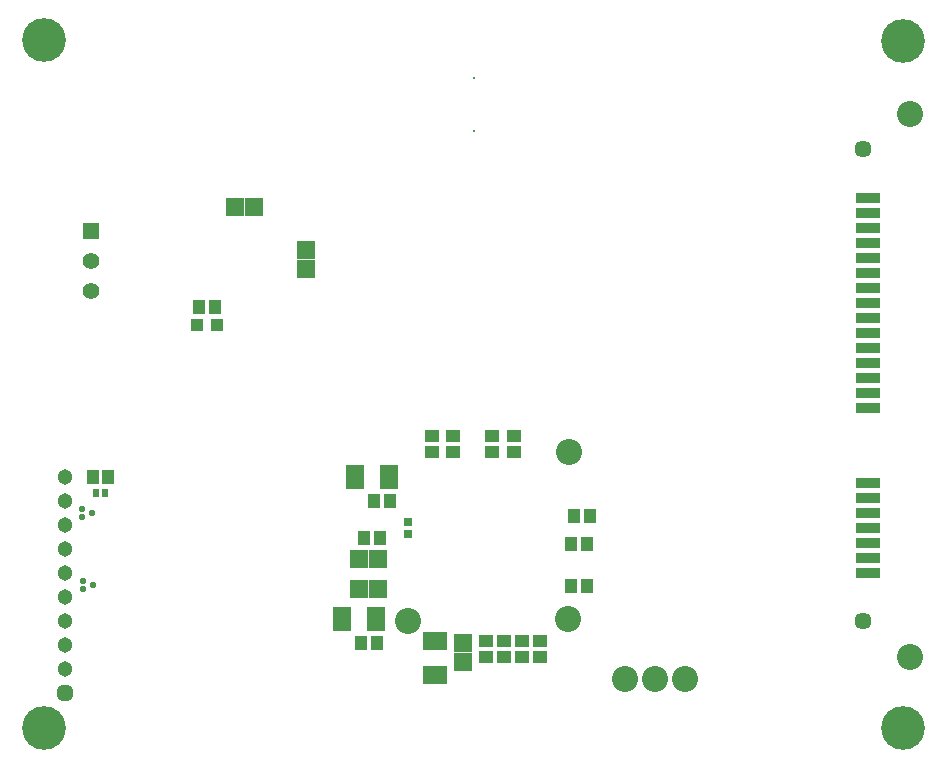
<source format=gbs>
G04*
G04 #@! TF.GenerationSoftware,Altium Limited,Altium Designer,24.9.1 (31)*
G04*
G04 Layer_Color=16711935*
%FSLAX44Y44*%
%MOMM*%
G71*
G04*
G04 #@! TF.SameCoordinates,DBAFCBE9-9C6E-486A-AB20-CA00A55F4774*
G04*
G04*
G04 #@! TF.FilePolarity,Negative*
G04*
G01*
G75*
%ADD71R,1.2032X1.1032*%
%ADD72R,2.0032X1.5032*%
G04:AMPARAMS|DCode=74|XSize=0.5032mm|YSize=0.5032mm|CornerRadius=0.1511mm|HoleSize=0mm|Usage=FLASHONLY|Rotation=270.000|XOffset=0mm|YOffset=0mm|HoleType=Round|Shape=RoundedRectangle|*
%AMROUNDEDRECTD74*
21,1,0.5032,0.2010,0,0,270.0*
21,1,0.2010,0.5032,0,0,270.0*
1,1,0.3022,-0.1005,-0.1005*
1,1,0.3022,-0.1005,0.1005*
1,1,0.3022,0.1005,0.1005*
1,1,0.3022,0.1005,-0.1005*
%
%ADD74ROUNDEDRECTD74*%
%ADD76R,1.5032X2.0032*%
%ADD77R,1.5032X1.6032*%
%ADD78R,1.1032X1.2032*%
%ADD79R,0.8032X0.7032*%
%ADD80R,1.0532X1.1532*%
%ADD96R,1.6032X1.5032*%
%ADD99C,3.7032*%
%ADD100C,2.2032*%
%ADD101C,1.4532*%
%ADD102C,1.3032*%
G04:AMPARAMS|DCode=103|XSize=1.3032mm|YSize=1.3032mm|CornerRadius=0.3766mm|HoleSize=0mm|Usage=FLASHONLY|Rotation=180.000|XOffset=0mm|YOffset=0mm|HoleType=Round|Shape=RoundedRectangle|*
%AMROUNDEDRECTD103*
21,1,1.3032,0.5500,0,0,180.0*
21,1,0.5500,1.3032,0,0,180.0*
1,1,0.7532,-0.2750,0.2750*
1,1,0.7532,0.2750,0.2750*
1,1,0.7532,0.2750,-0.2750*
1,1,0.7532,-0.2750,-0.2750*
%
%ADD103ROUNDEDRECTD103*%
%ADD104R,1.3890X1.3890*%
%ADD105C,1.3890*%
%ADD106C,0.2032*%
%ADD138R,2.1032X0.8532*%
%ADD139R,1.1032X1.0032*%
%ADD140R,0.6032X0.7032*%
D71*
X406400Y261220D02*
D03*
Y274720D02*
D03*
X425450D02*
D03*
Y261220D02*
D03*
X373380Y274720D02*
D03*
Y261220D02*
D03*
X355600Y274720D02*
D03*
Y261220D02*
D03*
X431800Y87230D02*
D03*
Y100730D02*
D03*
X447040Y87230D02*
D03*
Y100730D02*
D03*
X401320Y87230D02*
D03*
Y100730D02*
D03*
X416560Y87230D02*
D03*
Y100730D02*
D03*
D72*
X358140Y71860D02*
D03*
Y100860D02*
D03*
D74*
X59500Y213050D02*
D03*
X68000Y209550D02*
D03*
X59500Y206050D02*
D03*
X60080Y145090D02*
D03*
X68580Y148590D02*
D03*
X60080Y152090D02*
D03*
D76*
X308610Y119380D02*
D03*
X279610D02*
D03*
X290300Y240030D02*
D03*
X319300D02*
D03*
D77*
X188850Y468630D02*
D03*
X204850D02*
D03*
X310260Y170180D02*
D03*
X294260D02*
D03*
X309880Y144780D02*
D03*
X293880D02*
D03*
D78*
X476250Y207010D02*
D03*
X489750D02*
D03*
X486810Y147320D02*
D03*
X473310D02*
D03*
Y182880D02*
D03*
X486810D02*
D03*
X295510Y99060D02*
D03*
X309010D02*
D03*
X298050Y187960D02*
D03*
X311550D02*
D03*
X306940Y219710D02*
D03*
X320440D02*
D03*
D79*
X335280Y191850D02*
D03*
Y201850D02*
D03*
D80*
X171600Y383540D02*
D03*
X158600D02*
D03*
X68280Y240030D02*
D03*
X81280D02*
D03*
D96*
X248920Y432180D02*
D03*
Y416180D02*
D03*
X382270Y99440D02*
D03*
Y83440D02*
D03*
D99*
X27540Y27540D02*
D03*
X754380D02*
D03*
X27540Y609600D02*
D03*
X754380Y608730D02*
D03*
D100*
X760730Y547630D02*
D03*
Y87630D02*
D03*
X544830Y68580D02*
D03*
X519430D02*
D03*
X570230D02*
D03*
X335280Y118110D02*
D03*
X471170Y119380D02*
D03*
X472060Y261240D02*
D03*
D101*
X720730Y517630D02*
D03*
Y117630D02*
D03*
D102*
X44700Y138430D02*
D03*
Y219710D02*
D03*
Y199390D02*
D03*
Y179070D02*
D03*
Y158750D02*
D03*
Y118110D02*
D03*
Y97790D02*
D03*
Y77470D02*
D03*
Y240030D02*
D03*
D103*
Y57150D02*
D03*
D104*
X67310Y448310D02*
D03*
D105*
Y422910D02*
D03*
Y397510D02*
D03*
D106*
X391160Y577490D02*
D03*
Y532490D02*
D03*
D138*
X724730Y158880D02*
D03*
Y171580D02*
D03*
Y184280D02*
D03*
Y196980D02*
D03*
Y209680D02*
D03*
Y222380D02*
D03*
Y235080D02*
D03*
Y298580D02*
D03*
Y311280D02*
D03*
Y323980D02*
D03*
Y336680D02*
D03*
Y349380D02*
D03*
Y362080D02*
D03*
Y374780D02*
D03*
Y387480D02*
D03*
Y400180D02*
D03*
Y412880D02*
D03*
Y425580D02*
D03*
Y438280D02*
D03*
Y450980D02*
D03*
Y463680D02*
D03*
Y476380D02*
D03*
D139*
X156600Y368300D02*
D03*
X173600D02*
D03*
D140*
X70930Y226060D02*
D03*
X78930D02*
D03*
M02*

</source>
